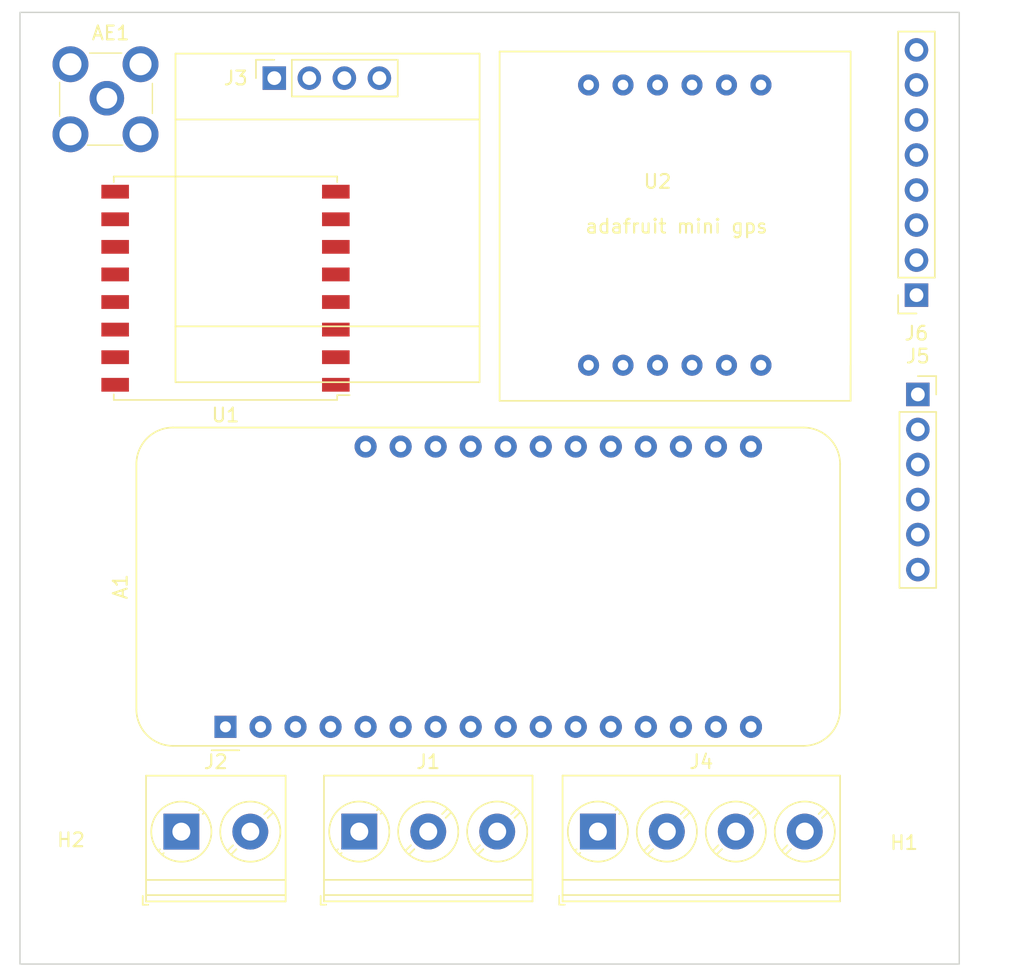
<source format=kicad_pcb>
(kicad_pcb (version 20211014) (generator pcbnew)
  (layers (0 "F.Cu" signal) (31 "B.Cu" signal) (34 "B.Paste" user) (35 "F.Paste" user) (36 "B.SilkS" user "B.Silkscreen") (37 "F.SilkS" user "F.Silkscreen") (38 "B.Mask" user) (39 "F.Mask" user) (44 "Edge.Cuts" user))
  (net 0 "")
  (footprint "MountingHole:MountingHole_3.2mm_M3" (layer "F.Cu") (at 166.4 120.8)
    (fp_text reference "H2" (at 0 -4.2) (layer "F.SilkS"))
    (fp_text value "MountingHole")
    (pad "" np_thru_hole circle (at 0 0) (size 3.2 3.2) (drill 3.2) (layers *.Cu *.Mask))
  )
  (footprint "Connector_PinSocket_2.54mm:PinSocket_1x08_P2.54mm_Vertical" (layer "F.Cu") (at 227.7 77.1 180)
    (fp_text reference "J6" (at 0 -2.77) (layer "F.SilkS"))
    (fp_text value "Conn_01x08_Female")
    (fp_line (start -1.33 1.27) (end -1.33 19.11) (layer "F.SilkS") (width 0.12))
    (fp_line (start -1.33 1.27) (end 1.33 1.27) (layer "F.SilkS") (width 0.12))
    (fp_line (start -1.33 19.11) (end 1.33 19.11) (layer "F.SilkS") (width 0.12))
    (fp_line (start 1.33 -1.33) (end 1.33 0) (layer "F.SilkS") (width 0.12))
    (fp_line (start 1.33 1.27) (end 1.33 19.11) (layer "F.SilkS") (width 0.12))
    (fp_line (start 0 -1.33) (end 1.33 -1.33) (layer "F.SilkS") (width 0.12))
    (pad "1" thru_hole rect (at 0 0 180) (size 1.7 1.7) (drill 1) (layers *.Cu *.Mask))
    (pad "2" thru_hole oval (at 0 2.54 180) (size 1.7 1.7) (drill 1) (layers *.Cu *.Mask))
    (pad "3" thru_hole oval (at 0 5.08 180) (size 1.7 1.7) (drill 1) (layers *.Cu *.Mask))
    (pad "4" thru_hole oval (at 0 7.62 180) (size 1.7 1.7) (drill 1) (layers *.Cu *.Mask))
    (pad "5" thru_hole oval (at 0 10.16 180) (size 1.7 1.7) (drill 1) (layers *.Cu *.Mask))
    (pad "6" thru_hole oval (at 0 12.7 180) (size 1.7 1.7) (drill 1) (layers *.Cu *.Mask))
    (pad "7" thru_hole oval (at 0 15.24 180) (size 1.7 1.7) (drill 1) (layers *.Cu *.Mask))
    (pad "8" thru_hole oval (at 0 17.78 180) (size 1.7 1.7) (drill 1) (layers *.Cu *.Mask))
  )
  (footprint "MountingHole:MountingHole_3.2mm_M3" (layer "F.Cu") (at 226.8 121)
    (fp_text reference "H1" (at 0 -4.2) (layer "F.SilkS"))
    (fp_text value "MountingHole")
    (pad "" np_thru_hole circle (at 0 0) (size 3.2 3.2) (drill 3.2) (layers *.Cu *.Mask))
  )
  (footprint "digikey-footprints:RF_SMA_Vertical_5-1814832-1" (layer "F.Cu") (at 168.9 62.9)
    (fp_text reference "AE1" (at 0.375 -4.8) (layer "F.SilkS"))
    (fp_text value "Antenna_Shield")
    (fp_line (start 3.4 -1.15) (end 3.4 1.025) (layer "F.SilkS") (width 0.1))
    (fp_line (start -1.15 -3.35) (end 1.175 -3.35) (layer "F.SilkS") (width 0.1))
    (fp_line (start -1.3 3.325) (end 1.25 3.325) (layer "F.SilkS") (width 0.1))
    (fp_line (start -3.325 1.225) (end -3.325 -1.225) (layer "F.SilkS") (width 0.1))
    (pad "1" thru_hole circle locked (at -2.54 -2.54) (size 2.6 2.6) (drill 1.6) (layers *.Cu *.Mask))
    (pad "1" thru_hole circle locked (at -2.54 2.54) (size 2.6 2.6) (drill 1.6) (layers *.Cu *.Mask))
    (pad "1" thru_hole circle locked (at 2.54 -2.54) (size 2.6 2.6) (drill 1.6) (layers *.Cu *.Mask))
    (pad "1" thru_hole circle locked (at 2.54 2.54) (size 2.6 2.6) (drill 1.6) (layers *.Cu *.Mask))
    (pad "2" thru_hole circle locked (at 0.1 -0.075) (size 2.5 2.5) (drill 1.5) (layers *.Cu *.Mask))
  )
  (footprint "Connector_PinSocket_2.54mm:PinSocket_1x06_P2.54mm_Vertical" (layer "F.Cu") (at 227.8 84.3)
    (fp_text reference "J5" (at 0 -2.77) (layer "F.SilkS"))
    (fp_text value "Conn_01x06_Female")
    (fp_line (start -1.33 14.03) (end 1.33 14.03) (layer "F.SilkS") (width 0.12))
    (fp_line (start -1.33 1.27) (end -1.33 14.03) (layer "F.SilkS") (width 0.12))
    (fp_line (start 1.33 1.27) (end 1.33 14.03) (layer "F.SilkS") (width 0.12))
    (fp_line (start -1.33 1.27) (end 1.33 1.27) (layer "F.SilkS") (width 0.12))
    (fp_line (start 1.33 -1.33) (end 1.33 0) (layer "F.SilkS") (width 0.12))
    (fp_line (start 0 -1.33) (end 1.33 -1.33) (layer "F.SilkS") (width 0.12))
    (pad "1" thru_hole rect (at 0 0) (size 1.7 1.7) (drill 1) (layers *.Cu *.Mask))
    (pad "2" thru_hole oval (at 0 2.54) (size 1.7 1.7) (drill 1) (layers *.Cu *.Mask))
    (pad "3" thru_hole oval (at 0 5.08) (size 1.7 1.7) (drill 1) (layers *.Cu *.Mask))
    (pad "4" thru_hole oval (at 0 7.62) (size 1.7 1.7) (drill 1) (layers *.Cu *.Mask))
    (pad "5" thru_hole oval (at 0 10.16) (size 1.7 1.7) (drill 1) (layers *.Cu *.Mask))
    (pad "6" thru_hole oval (at 0 12.7) (size 1.7 1.7) (drill 1) (layers *.Cu *.Mask))
  )
  (footprint "RF_Module:HOPERF_RFM9XW_SMD" (layer "F.Cu") (at 177.6 76.6 180)
    (fp_text reference "U1" (at 0 -9.2) (layer "F.SilkS"))
    (fp_text value "RFM95W-868S2")
    (fp_line (start 8.1 8.1) (end 8.1 7.7) (layer "F.SilkS") (width 0.12))
    (fp_line (start -8.1 8.1) (end 8.1 8.1) (layer "F.SilkS") (width 0.12))
    (fp_line (start -8.1 -8.1) (end -8.1 -7.75) (layer "F.SilkS") (width 0.12))
    (fp_line (start -8.1 -8.1) (end 8.1 -8.1) (layer "F.SilkS") (width 0.12))
    (fp_line (start -8.1 -7.75) (end -9 -7.75) (layer "F.SilkS") (width 0.12))
    (fp_line (start -8.1 7.7) (end -8.1 8.1) (layer "F.SilkS") (width 0.12))
    (fp_line (start 8.1 -8.1) (end 8.1 -7.7) (layer "F.SilkS") (width 0.12))
    (pad "1" smd rect (at -8 -7 180) (size 2 1) (layers "F.Cu" "F.Paste" "F.Mask"))
    (pad "2" smd rect (at -8 -5 180) (size 2 1) (layers "F.Cu" "F.Paste" "F.Mask"))
    (pad "3" smd rect (at -8 -3 180) (size 2 1) (layers "F.Cu" "F.Paste" "F.Mask"))
    (pad "4" smd rect (at -8 -1 180) (size 2 1) (layers "F.Cu" "F.Paste" "F.Mask"))
    (pad "5" smd rect (at -8 1 180) (size 2 1) (layers "F.Cu" "F.Paste" "F.Mask"))
    (pad "6" smd rect (at -8 3 180) (size 2 1) (layers "F.Cu" "F.Paste" "F.Mask"))
    (pad "7" smd rect (at -8 5 180) (size 2 1) (layers "F.Cu" "F.Paste" "F.Mask"))
    (pad "8" smd rect (at -8 7 180) (size 2 1) (layers "F.Cu" "F.Paste" "F.Mask"))
    (pad "9" smd rect (at 8 7 180) (size 2 1) (layers "F.Cu" "F.Paste" "F.Mask"))
    (pad "10" smd rect (at 8 5 180) (size 2 1) (layers "F.Cu" "F.Paste" "F.Mask"))
    (pad "11" smd rect (at 8 3 180) (size 2 1) (layers "F.Cu" "F.Paste" "F.Mask"))
    (pad "12" smd rect (at 8 1 180) (size 2 1) (layers "F.Cu" "F.Paste" "F.Mask"))
    (pad "13" smd rect (at 8 -1 180) (size 2 1) (layers "F.Cu" "F.Paste" "F.Mask"))
    (pad "14" smd rect (at 8 -3 180) (size 2 1) (layers "F.Cu" "F.Paste" "F.Mask"))
    (pad "15" smd rect (at 8 -5 180) (size 2 1) (layers "F.Cu" "F.Paste" "F.Mask"))
    (pad "16" smd rect (at 8 -7 180) (size 2 1) (layers "F.Cu" "F.Paste" "F.Mask"))
  )
  (footprint "footprints:ssd1306_b" (layer "F.Cu") (at 181.1392 61.3654 90)
    (fp_text reference "J3" (at 0 -2.794) (layer "F.SilkS"))
    (fp_text value "Conn_01x04_Female")
    (fp_line (start 1.778 14.8844) (end -22.0472 14.8844) (layer "F.SilkS") (width 0.12))
    (fp_line (start -1.33 8.95) (end 1.33 8.95) (layer "F.SilkS") (width 0.12))
    (fp_line (start -22.0472 -7.1628) (end -22.0472 14.8844) (layer "F.SilkS") (width 0.12))
    (fp_line (start 1.778 14.8844) (end 1.778 3.8608) (layer "F.SilkS") (width 0.12))
    (fp_line (start 0 -1.33) (end 1.33 -1.33) (layer "F.SilkS") (width 0.12))
    (fp_line (start 1.33 1.27) (end 1.33 8.95) (layer "F.SilkS") (width 0.12))
    (fp_line (start 1.33 -1.33) (end 1.33 0) (layer "F.SilkS") (width 0.12))
    (fp_line (start -1.33 1.27) (end -1.33 8.95) (layer "F.SilkS") (width 0.12))
    (fp_line (start -1.33 1.27) (end 1.33 1.27) (layer "F.SilkS") (width 0.12))
    (fp_line (start 1.778 -7.1628) (end 1.778 3.8608) (layer "F.SilkS") (width 0.12))
    (fp_line (start 1.778 -7.1628) (end -22.0472 -7.1628) (layer "F.SilkS") (width 0.12))
    (fp_line (start -18 -7.1628) (end -18 14.8844) (layer "F.SilkS") (width 0.12))
    (fp_line (start -3 -7.1628) (end -3 14.8844) (layer "F.SilkS") (width 0.12))
    (pad "1" thru_hole rect (at 0 0 90) (size 1.7 1.7) (drill 1) (layers *.Cu *.Mask))
    (pad "2" thru_hole oval (at 0 2.54 90) (size 1.7 1.7) (drill 1) (layers *.Cu *.Mask))
    (pad "3" thru_hole oval (at 0 5.08 90) (size 1.7 1.7) (drill 1) (layers *.Cu *.Mask))
    (pad "4" thru_hole oval (at 0 7.62 90) (size 1.7 1.7) (drill 1) (layers *.Cu *.Mask))
  )
  (footprint "TerminalBlock_Phoenix:TerminalBlock_Phoenix_PT-1,5-3-5.0-H_1x03_P5.00mm_Horizontal" (layer "F.Cu") (at 187.3 115.995)
    (fp_text reference "J1" (at 5 -5.06) (layer "F.SilkS"))
    (fp_text value "Screw_Terminal_01x03")
    (fp_line (start -1.548 1.281) (end -1.654 1.388) (layer "F.SilkS") (width 0.12))
    (fp_line (start 1.654 -1.388) (end 1.547 -1.281) (layer "F.SilkS") (width 0.12))
    (fp_line (start 1.388 -1.654) (end 1.281 -1.547) (layer "F.SilkS") (width 0.12))
    (fp_line (start 6.654 -1.388) (end 6.259 -0.992) (layer "F.SilkS") (width 0.12))
    (fp_line (start -2.8 5.3) (end -2.4 5.3) (layer "F.SilkS") (width 0.12))
    (fp_line (start -2.56 3.5) (end 12.56 3.5) (layer "F.SilkS") (width 0.12))
    (fp_line (start -2.8 4.66) (end -2.8 5.3) (layer "F.SilkS") (width 0.12))
    (fp_line (start -1.282 1.547) (end -1.388 1.654) (layer "F.SilkS") (width 0.12))
    (fp_line (start 11.388 -1.654) (end 11.008 -1.274) (layer "F.SilkS") (width 0.12))
    (fp_line (start -2.56 -4.06) (end -2.56 5.06) (layer "F.SilkS") (width 0.12))
    (fp_line (start -2.56 4.6) (end 12.56 4.6) (layer "F.SilkS") (width 0.12))
    (fp_line (start -2.56 5.06) (end 12.56 5.06) (layer "F.SilkS") (width 0.12))
    (fp_line (start 3.742 0.992) (end 3.347 1.388) (layer "F.SilkS") (width 0.12))
    (fp_line (start 3.993 1.274) (end 3.613 1.654) (layer "F.SilkS") (width 0.12))
    (fp_line (start -2.56 -4.06) (end 12.56 -4.06) (layer "F.SilkS") (width 0.12))
    (fp_line (start 12.56 -4.06) (end 12.56 5.06) (layer "F.SilkS") (width 0.12))
    (fp_line (start 8.742 0.992) (end 8.347 1.388) (layer "F.SilkS") (width 0.12))
    (fp_line (start 6.388 -1.654) (end 6.008 -1.274) (layer "F.SilkS") (width 0.12))
    (fp_line (start 11.654 -1.388) (end 11.259 -0.992) (layer "F.SilkS") (width 0.12))
    (fp_line (start 8.993 1.274) (end 8.613 1.654) (layer "F.SilkS") (width 0.12))
    (fp_circle (center 0 0) (end 2.18 0) (layer "F.SilkS") (width 0.12) (fill none))
    (fp_circle (center 10 0) (end 12.18 0) (layer "F.SilkS") (width 0.12) (fill none))
    (fp_circle (center 5 0) (end 7.18 0) (layer "F.SilkS") (width 0.12) (fill none))
    (pad "1" thru_hole rect (at 0 0) (size 2.6 2.6) (drill 1.3) (layers *.Cu *.Mask))
    (pad "2" thru_hole circle (at 5 0) (size 2.6 2.6) (drill 1.3) (layers *.Cu *.Mask))
    (pad "3" thru_hole circle (at 10 0) (size 2.6 2.6) (drill 1.3) (layers *.Cu *.Mask))
  )
  (footprint "TerminalBlock_Phoenix:TerminalBlock_Phoenix_PT-1,5-4-5.0-H_1x04_P5.00mm_Horizontal" (layer "F.Cu") (at 204.6 115.995)
    (fp_text reference "J4" (at 7.5 -5.06) (layer "F.SilkS"))
    (fp_text value "Screw_Terminal_01x04")
    (fp_line (start -2.56 3.5) (end 17.561 3.5) (layer "F.SilkS") (width 0.12))
    (fp_line (start 6.388 -1.654) (end 6.008 -1.274) (layer "F.SilkS") (width 0.12))
    (fp_line (start -2.56 5.06) (end 17.561 5.06) (layer "F.SilkS") (width 0.12))
    (fp_line (start 3.742 0.992) (end 3.347 1.388) (layer "F.SilkS") (width 0.12))
    (fp_line (start -2.56 4.6) (end 17.561 4.6) (layer "F.SilkS") (width 0.12))
    (fp_line (start -2.8 4.66) (end -2.8 5.3) (layer "F.SilkS") (width 0.12))
    (fp_line (start -1.282 1.547) (end -1.388 1.654) (layer "F.SilkS") (width 0.12))
    (fp_line (start 11.388 -1.654) (end 11.008 -1.274) (layer "F.SilkS") (width 0.12))
    (fp_line (start 16.388 -1.654) (end 16.008 -1.274) (layer "F.SilkS") (width 0.12))
    (fp_line (start 1.654 -1.388) (end 1.547 -1.281) (layer "F.SilkS") (width 0.12))
    (fp_line (start -1.548 1.281) (end -1.654 1.388) (layer "F.SilkS") (width 0.12))
    (fp_line (start 13.742 0.992) (end 13.347 1.388) (layer "F.SilkS") (width 0.12))
    (fp_line (start 3.993 1.274) (end 3.613 1.654) (layer "F.SilkS") (width 0.12))
    (fp_line (start 8.993 1.274) (end 8.613 1.654) (layer "F.SilkS") (width 0.12))
    (fp_line (start -2.56 -4.06) (end 17.561 -4.06) (layer "F.SilkS") (width 0.12))
    (fp_line (start 17.561 -4.06) (end 17.561 5.06) (layer "F.SilkS") (width 0.12))
    (fp_line (start 13.993 1.274) (end 13.613 1.654) (layer "F.SilkS") (width 0.12))
    (fp_line (start -2.56 -4.06) (end -2.56 5.06) (layer "F.SilkS") (width 0.12))
    (fp_line (start -2.8 5.3) (end -2.4 5.3) (layer "F.SilkS") (width 0.12))
    (fp_line (start 1.388 -1.654) (end 1.281 -1.547) (layer "F.SilkS") (width 0.12))
    (fp_line (start 8.742 0.992) (end 8.347 1.388) (layer "F.SilkS") (width 0.12))
    (fp_line (start 16.654 -1.388) (end 16.259 -0.992) (layer "F.SilkS") (width 0.12))
    (fp_line (start 11.654 -1.388) (end 11.259 -0.992) (layer "F.SilkS") (width 0.12))
    (fp_line (start 6.654 -1.388) (end 6.259 -0.992) (layer "F.SilkS") (width 0.12))
    (fp_circle (center 15 0) (end 17.18 0) (layer "F.SilkS") (width 0.12) (fill none))
    (fp_circle (center 10 0) (end 12.18 0) (layer "F.SilkS") (width 0.12) (fill none))
    (fp_circle (center 0 0) (end 2.18 0) (layer "F.SilkS") (width 0.12) (fill none))
    (fp_circle (center 5 0) (end 7.18 0) (layer "F.SilkS") (width 0.12) (fill none))
    (pad "1" thru_hole rect (at 0 0) (size 2.6 2.6) (drill 1.3) (layers *.Cu *.Mask))
    (pad "2" thru_hole circle (at 5 0) (size 2.6 2.6) (drill 1.3) (layers *.Cu *.Mask))
    (pad "3" thru_hole circle (at 10 0) (size 2.6 2.6) (drill 1.3) (layers *.Cu *.Mask))
    (pad "4" thru_hole circle (at 15 0) (size 2.6 2.6) (drill 1.3) (layers *.Cu *.Mask))
  )
  (footprint "TerminalBlock_Phoenix:TerminalBlock_Phoenix_PT-1,5-2-5.0-H_1x02_P5.00mm_Horizontal" (layer "F.Cu") (at 174.4 116)
    (fp_text reference "J2" (at 2.5 -5.06) (layer "F.SilkS"))
    (fp_text value "Screw_Terminal_01x02")
    (fp_line (start 3.993 1.274) (end 3.613 1.654) (layer "F.SilkS") (width 0.12))
    (fp_line (start -2.56 -4.06) (end -2.56 5.06) (layer "F.SilkS") (width 0.12))
    (fp_line (start 3.742 0.992) (end 3.347 1.388) (layer "F.SilkS") (width 0.12))
    (fp_line (start -1.548 1.281) (end -1.654 1.388) (layer "F.SilkS") (width 0.12))
    (fp_line (start 6.654 -1.388) (end 6.259 -0.992) (layer "F.SilkS") (width 0.12))
    (fp_line (start -1.282 1.547) (end -1.388 1.654) (layer "F.SilkS") (width 0.12))
    (fp_line (start 1.388 -1.654) (end 1.281 -1.547) (layer "F.SilkS") (width 0.12))
    (fp_line (start -2.56 5.06) (end 7.56 5.06) (layer "F.SilkS") (width 0.12))
    (fp_line (start -2.56 -4.06) (end 7.56 -4.06) (layer "F.SilkS") (width 0.12))
    (fp_line (start -2.56 4.6) (end 7.56 4.6) (layer "F.SilkS") (width 0.12))
    (fp_line (start -2.56 3.5) (end 7.56 3.5) (layer "F.SilkS") (width 0.12))
    (fp_line (start -2.8 4.66) (end -2.8 5.3) (layer "F.SilkS") (width 0.12))
    (fp_line (start 7.56 -4.06) (end 7.56 5.06) (layer "F.SilkS") (width 0.12))
    (fp_line (start 6.388 -1.654) (end 6.008 -1.274) (layer "F.SilkS") (width 0.12))
    (fp_line (start -2.8 5.3) (end -2.4 5.3) (layer "F.SilkS") (width 0.12))
    (fp_line (start 1.654 -1.388) (end 1.547 -1.281) (layer "F.SilkS") (width 0.12))
    (fp_circle (center 5 0) (end 7.18 0) (layer "F.SilkS") (width 0.12) (fill none))
    (fp_circle (center 0 0) (end 2.18 0) (layer "F.SilkS") (width 0.12) (fill none))
    (pad "1" thru_hole rect (at 0 0) (size 2.6 2.6) (drill 1.3) (layers *.Cu *.Mask))
    (pad "2" thru_hole circle (at 5 0) (size 2.6 2.6) (drill 1.3) (layers *.Cu *.Mask))
  )
  (footprint "gps:adafruit_mini_gps" (layer "F.Cu") (at 216.425 61.8625)
    (fp_text reference "U2" (at -7.5 7 unlocked) (layer "F.SilkS"))
    (fp_text value "Adafruit-Mini-GPS")
    (fp_text user "adafruit mini gps" (at -6.125 10.25 unlocked) (layer "F.SilkS"))
    (fp_line (start 6.5 22.9) (end -18.95 22.9) (layer "F.SilkS") (width 0.12))
    (fp_line (start 6.5 20.35) (end 6.5 22.9) (layer "F.SilkS") (width 0.12))
    (fp_line (start -18.95 22.9) (end -18.95 -2.425) (layer "F.SilkS") (width 0.12))
    (fp_line (start 6.5 22.9) (end 6.5 -2.425) (layer "F.SilkS") (width 0.12))
    (fp_line (start -18.95 -2.425) (end 6.45 -2.425) (layer "F.SilkS") (width 0.12))
    (fp_line (start 6.5 -2.425) (end 6.425 -2.425) (layer "F.SilkS") (width 0.12))
    (pad "1" thru_hole circle (at -12.5 0) (size 1.524 1.524) (drill 0.762) (layers *.Cu *.Mask))
    (pad "2" thru_hole circle (at -10 0) (size 1.524 1.524) (drill 0.762) (layers *.Cu *.Mask))
    (pad "3" thru_hole circle (at -7.5 0) (size 1.524 1.524) (drill 0.762) (layers *.Cu *.Mask))
    (pad "4" thru_hole circle (at -5 0) (size 1.524 1.524) (drill 0.762) (layers *.Cu *.Mask))
    (pad "5" thru_hole circle (at -2.5 0) (size 1.524 1.524) (drill 0.762) (layers *.Cu *.Mask))
    (pad "6" thru_hole circle (at 0 0) (size 1.524 1.524) (drill 0.762) (layers *.Cu *.Mask))
    (pad "7" thru_hole circle (at 0 20.32) (size 1.524 1.524) (drill 0.762) (layers *.Cu *.Mask))
    (pad "8" thru_hole circle (at -2.5 20.32) (size 1.524 1.524) (drill 0.762) (layers *.Cu *.Mask))
    (pad "9" thru_hole circle (at -5 20.32) (size 1.524 1.524) (drill 0.762) (layers *.Cu *.Mask))
    (pad "10" thru_hole circle (at -7.5 20.32) (size 1.524 1.524) (drill 0.762) (layers *.Cu *.Mask))
    (pad "11" thru_hole circle (at -10 20.32) (size 1.524 1.524) (drill 0.762) (layers *.Cu *.Mask))
    (pad "12" thru_hole circle (at -12.5 20.32) (size 1.524 1.524) (drill 0.762) (layers *.Cu *.Mask))
  )
  (footprint "Module:Adafruit_Feather" (layer "F.Cu") (at 177.6 108.4 90)
    (fp_text reference "A1" (at 10.16 -7.62 90) (layer "F.SilkS"))
    (fp_text value "Adafruit_Feather_Generic")
    (fp_line (start -1.38 -3.81) (end -1.38 41.91) (layer "F.SilkS") (width 0.12))
    (fp_line (start 19.05 -6.46) (end 1.27 -6.46) (layer "F.SilkS") (width 0.12))
    (fp_line (start -1.7 1) (end -1.7 -1) (layer "F.SilkS") (width 0.12))
    (fp_line (start 19.05 44.56) (end 1.27 44.56) (layer "F.SilkS") (width 0.12))
    (fp_line (start 21.7 -3.81) (end 21.7 41.91) (layer "F.SilkS") (width 0.12))
    (fp_arc (start 1.27 44.56) (mid -0.603833 43.783833) (end -1.38 41.91) (layer "F.SilkS") (width 0.12))
    (fp_arc (start 19.05 -6.46) (mid 20.923833 -5.683833) (end 21.7 -3.81) (layer "F.SilkS") (width 0.12))
    (fp_arc (start -1.38 -3.81) (mid -0.603833 -5.683833) (end 1.27 -6.46) (layer "F.SilkS") (width 0.12))
    (fp_arc (start 21.7 41.91) (mid 20.923833 43.783833) (end 19.05 44.56) (layer "F.SilkS") (width 0.12))
    (pad "1" thru_hole rect (at 0 0 270) (size 1.6 1.6) (drill 0.8) (layers *.Cu *.Mask))
    (pad "2" thru_hole circle (at 0 2.54 270) (size 1.6 1.6) (drill 0.8) (layers *.Cu *.Mask))
    (pad "3" thru_hole circle (at 0 5.08 270) (size 1.6 1.6) (drill 0.8) (layers *.Cu *.Mask))
    (pad "4" thru_hole circle (at 0 7.62 270) (size 1.6 1.6) (drill 0.8) (layers *.Cu *.Mask))
    (pad "5" thru_hole circle (at 0 10.16 270) (size 1.6 1.6) (drill 0.8) (layers *.Cu *.Mask))
    (pad "6" thru_hole circle (at 0 12.7 270) (size 1.6 1.6) (drill 0.8) (layers *.Cu *.Mask))
    (pad "7" thru_hole circle (at 0 15.24 270) (size 1.6 1.6) (drill 0.8) (layers *.Cu *.Mask))
    (pad "8" thru_hole circle (at 0 17.78 270) (size 1.6 1.6) (drill 0.8) (layers *.Cu *.Mask))
    (pad "9" thru_hole circle (at 0 20.32 270) (size 1.6 1.6) (drill 0.8) (layers *.Cu *.Mask))
    (pad "10" thru_hole circle (at 0 22.86 270) (size 1.6 1.6) (drill 0.8) (layers *.Cu *.Mask))
    (pad "11" thru_hole circle (at 0 25.4 270) (size 1.6 1.6) (drill 0.8) (layers *.Cu *.Mask))
    (pad "12" thru_hole circle (at 0 27.94 270) (size 1.6 1.6) (drill 0.8) (layers *.Cu *.Mask))
    (pad "13" thru_hole circle (at 0 30.48 270) (size 1.6 1.6) (drill 0.8) (layers *.Cu *.Mask))
    (pad "14" thru_hole circle (at 0 33.02 270) (size 1.6 1.6) (drill 0.8) (layers *.Cu *.Mask))
    (pad "15" thru_hole circle (at 0 35.56 270) (size 1.6 1.6) (drill 0.8) (layers *.Cu *.Mask))
    (pad "16" thru_hole circle (at 0 38.1 270) (size 1.6 1.6) (drill 0.8) (layers *.Cu *.Mask))
    (pad "17" thru_hole circle (at 20.32 38.1 270) (size 1.6 1.6) (drill 0.8) (layers *.Cu *.Mask))
    (pad "18" thru_hole circle (at 20.32 35.56 270) (size 1.6 1.6) (drill 0.8) (layers *.Cu *.Mask))
    (pad "19" thru_hole circle (at 20.32 33.02 270) (size 1.6 1.6) (drill 0.8) (layers *.Cu *.Mask))
    (pad "20" thru_hole circle (at 20.32 30.48 270) (size 1.6 1.6) (drill 0.8) (layers *.Cu *.Mask))
    (pad "21" thru_hole circle (at 20.32 27.94 270) (size 1.6 1.6) (drill 0.8) (layers *.Cu *.Mask))
    (pad "22" thru_hole circle (at 20.32 25.4 270) (size 1.6 1.6) (drill 0.8) (layers *.Cu *.Mask))
    (pad "23" thru_hole circle (at 20.32 22.86 270) (size 1.6 1.6) (drill 0.8) (layers *.Cu *.Mask))
    (pad "24" thru_hole circle (at 20.32 20.32 270) (size 1.6 1.6) (drill 0.8) (layers *.Cu *.Mask))
    (pad "25" thru_hole circle (at 20.32 17.78 270) (size 1.6 1.6) (drill 0.8) (layers *.Cu *.Mask))
    (pad "26" thru_hole circle (at 20.32 15.24 270) (size 1.6 1.6) (drill 0.8) (layers *.Cu *.Mask))
    (pad "27" thru_hole circle (at 20.32 12.7 270) (size 1.6 1.6) (drill 0.8) (layers *.Cu *.Mask))
    (pad "28" thru_hole circle (at 20.32 10.16 270) (size 1.6 1.6) (drill 0.8) (layers *.Cu *.Mask))
  )
  (gr_rect (start 230.8 56.6) (end 162.7 125.6) (layer "Edge.Cuts") (width 0.1) (fill none))
)
</source>
